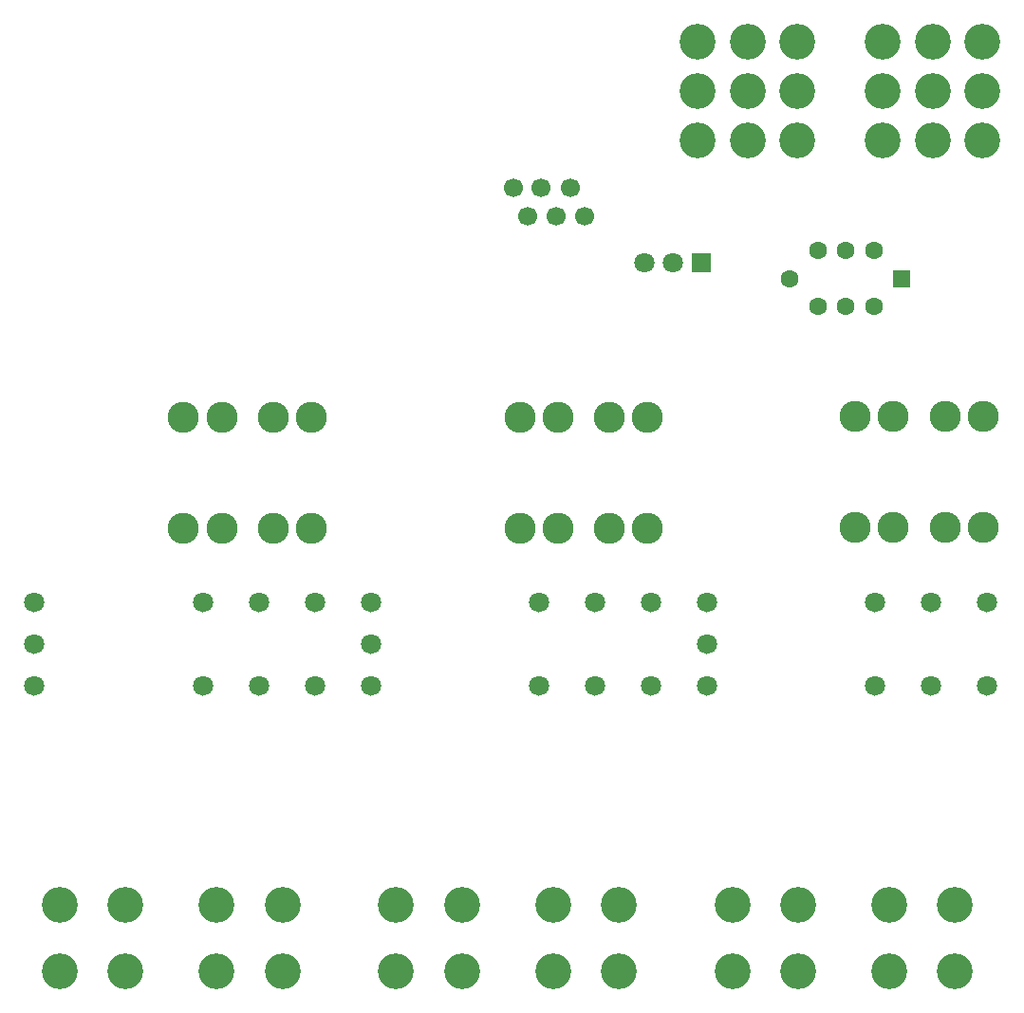
<source format=gbr>
%TF.GenerationSoftware,KiCad,Pcbnew,(5.1.9-0-10_14)*%
%TF.CreationDate,2021-05-25T14:21:41-07:00*%
%TF.ProjectId,tp_radio_board,74705f72-6164-4696-9f5f-626f6172642e,rev?*%
%TF.SameCoordinates,Original*%
%TF.FileFunction,Soldermask,Bot*%
%TF.FilePolarity,Negative*%
%FSLAX46Y46*%
G04 Gerber Fmt 4.6, Leading zero omitted, Abs format (unit mm)*
G04 Created by KiCad (PCBNEW (5.1.9-0-10_14)) date 2021-05-25 14:21:41*
%MOMM*%
%LPD*%
G01*
G04 APERTURE LIST*
%ADD10C,1.808000*%
%ADD11C,3.200000*%
%ADD12C,1.700000*%
%ADD13C,2.780000*%
%ADD14R,1.800000X1.800000*%
%ADD15C,1.800000*%
%ADD16C,1.600000*%
%ADD17R,1.600000X1.600000*%
G04 APERTURE END LIST*
D10*
%TO.C,K2*%
X57140008Y-157350000D03*
X72140008Y-157350000D03*
X77140008Y-157350000D03*
X82140008Y-157350000D03*
X82140008Y-149850000D03*
X77140008Y-149850000D03*
X72140008Y-149850000D03*
X57140008Y-149850000D03*
X57140008Y-153600000D03*
%TD*%
%TO.C,K3*%
X87140008Y-157350000D03*
X102140008Y-157350000D03*
X107140008Y-157350000D03*
X112140008Y-157350000D03*
X112140008Y-149850000D03*
X107140008Y-149850000D03*
X102140008Y-149850000D03*
X87140008Y-149850000D03*
X87140008Y-153600000D03*
%TD*%
%TO.C,K1*%
X27140008Y-157350000D03*
X42140008Y-157350000D03*
X47140008Y-157350000D03*
X52140008Y-157350000D03*
X52140008Y-149850000D03*
X47140008Y-149850000D03*
X42140008Y-149850000D03*
X27140008Y-149850000D03*
X27140008Y-153600000D03*
%TD*%
D11*
%TO.C,J10*%
X90750000Y-104250000D03*
X90750000Y-108685000D03*
X95185000Y-104250000D03*
X90750000Y-99815000D03*
X86315000Y-104250000D03*
X86315000Y-108685000D03*
X86315000Y-99815000D03*
X95185000Y-99815000D03*
X95185000Y-108685000D03*
%TD*%
%TO.C,J8*%
X107250000Y-104250000D03*
X107250000Y-108685000D03*
X111685000Y-104250000D03*
X107250000Y-99815000D03*
X102815000Y-104250000D03*
X102815000Y-108685000D03*
X102815000Y-99815000D03*
X111685000Y-99815000D03*
X111685000Y-108685000D03*
%TD*%
%TO.C,J7*%
X103405000Y-182785000D03*
X103405000Y-176915000D03*
X109275000Y-176915000D03*
X109275000Y-182785000D03*
%TD*%
%TO.C,J6*%
X73405000Y-182785000D03*
X73405000Y-176915000D03*
X79275000Y-176915000D03*
X79275000Y-182785000D03*
%TD*%
%TO.C,J5*%
X43405000Y-182785000D03*
X43405000Y-176915000D03*
X49275000Y-176915000D03*
X49275000Y-182785000D03*
%TD*%
%TO.C,J4*%
X89405000Y-182785000D03*
X89405000Y-176915000D03*
X95275000Y-176915000D03*
X95275000Y-182785000D03*
%TD*%
%TO.C,J3*%
X59405000Y-182785000D03*
X59405000Y-176915000D03*
X65275000Y-176915000D03*
X65275000Y-182785000D03*
%TD*%
%TO.C,J2*%
X29405000Y-182785000D03*
X29405000Y-176915000D03*
X35275000Y-176915000D03*
X35275000Y-182785000D03*
%TD*%
D12*
%TO.C,J9*%
X76175000Y-115440000D03*
X73635000Y-115440000D03*
X71095000Y-115440000D03*
X74905000Y-112900000D03*
X72345000Y-112900000D03*
X69825000Y-112900000D03*
%TD*%
D13*
%TO.C,F6*%
X108350000Y-143170000D03*
X111750000Y-143170000D03*
X108350000Y-133250000D03*
X111750000Y-133250000D03*
%TD*%
%TO.C,F5*%
X78440000Y-143270000D03*
X81840000Y-143270000D03*
X78440000Y-133350000D03*
X81840000Y-133350000D03*
%TD*%
%TO.C,F4*%
X48440000Y-143270000D03*
X51840000Y-143270000D03*
X48440000Y-133350000D03*
X51840000Y-133350000D03*
%TD*%
D14*
%TO.C,U3*%
X86590000Y-119570000D03*
D15*
X84050000Y-119570000D03*
X81510000Y-119570000D03*
%TD*%
D13*
%TO.C,F3*%
X100350000Y-143170000D03*
X103750000Y-143170000D03*
X100350000Y-133250000D03*
X103750000Y-133250000D03*
%TD*%
%TO.C,F2*%
X70440000Y-143270000D03*
X73840000Y-143270000D03*
X70440000Y-133350000D03*
X73840000Y-133350000D03*
%TD*%
%TO.C,F1*%
X40440000Y-143270000D03*
X43840000Y-143270000D03*
X40440000Y-133350000D03*
X43840000Y-133350000D03*
%TD*%
D16*
%TO.C,S1*%
X102000000Y-118500000D03*
X99500000Y-118500000D03*
X97000000Y-118500000D03*
X102000000Y-123500000D03*
X99500000Y-123500000D03*
X97000000Y-123500000D03*
D17*
X104500000Y-121000000D03*
D16*
X94500000Y-121000000D03*
%TD*%
M02*

</source>
